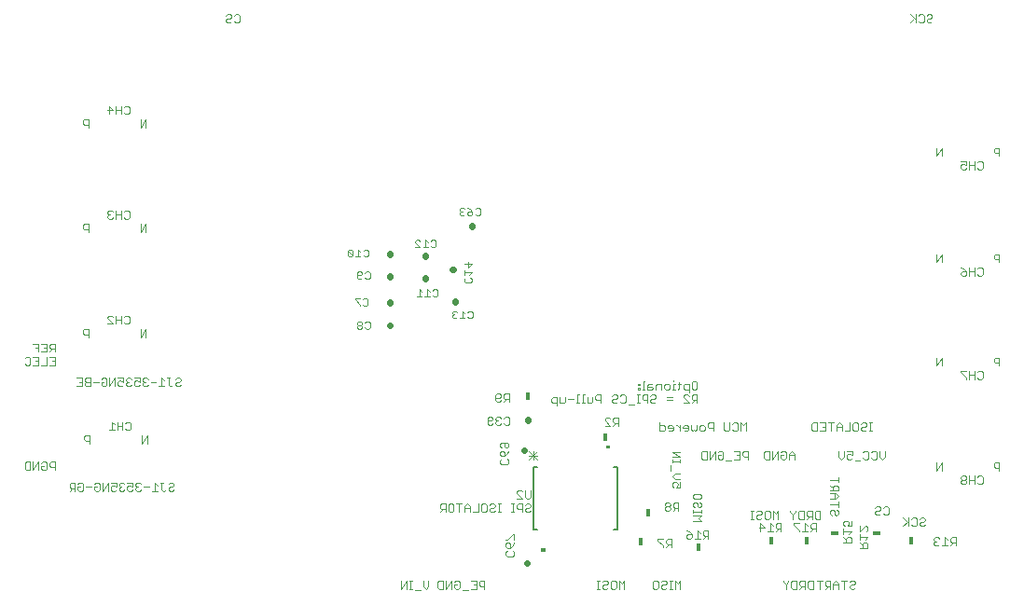
<source format=gbr>
G04 EAGLE Gerber RS-274X export*
G75*
%MOMM*%
%FSLAX34Y34*%
%LPD*%
%INSilkscreen Bottom*%
%IPPOS*%
%AMOC8*
5,1,8,0,0,1.08239X$1,22.5*%
G01*
%ADD10C,0.076200*%
%ADD11C,0.558800*%
%ADD12C,0.101600*%
%ADD13R,0.457200X0.762000*%
%ADD14C,0.152400*%
%ADD15R,0.762000X0.457200*%

G36*
X558207Y134368D02*
X558207Y134368D01*
X558209Y134367D01*
X558252Y134387D01*
X558296Y134405D01*
X558296Y134407D01*
X558298Y134408D01*
X558331Y134493D01*
X558331Y137033D01*
X558330Y137035D01*
X558331Y137037D01*
X558311Y137080D01*
X558293Y137124D01*
X558291Y137124D01*
X558290Y137126D01*
X558205Y137159D01*
X554395Y137159D01*
X554393Y137158D01*
X554391Y137159D01*
X554348Y137139D01*
X554304Y137121D01*
X554304Y137119D01*
X554302Y137118D01*
X554269Y137033D01*
X554269Y134493D01*
X554270Y134491D01*
X554269Y134489D01*
X554289Y134446D01*
X554307Y134402D01*
X554309Y134402D01*
X554310Y134400D01*
X554395Y134367D01*
X558205Y134367D01*
X558207Y134368D01*
G37*
G36*
X499707Y40642D02*
X499707Y40642D01*
X499709Y40641D01*
X499752Y40661D01*
X499796Y40679D01*
X499797Y40681D01*
X499798Y40682D01*
X499831Y40767D01*
X499831Y43307D01*
X499830Y43309D01*
X499831Y43311D01*
X499811Y43354D01*
X499793Y43398D01*
X499791Y43398D01*
X499790Y43400D01*
X499705Y43433D01*
X495895Y43433D01*
X495893Y43432D01*
X495891Y43433D01*
X495848Y43413D01*
X495804Y43395D01*
X495804Y43393D01*
X495802Y43392D01*
X495769Y43307D01*
X495769Y40767D01*
X495770Y40765D01*
X495769Y40763D01*
X495789Y40720D01*
X495807Y40676D01*
X495809Y40676D01*
X495810Y40674D01*
X495895Y40641D01*
X499705Y40641D01*
X499707Y40642D01*
G37*
D10*
X393319Y14103D02*
X393319Y9188D01*
X390862Y6731D01*
X388404Y9188D01*
X388404Y14103D01*
X385835Y5502D02*
X380920Y5502D01*
X378351Y6731D02*
X375893Y6731D01*
X377122Y6731D02*
X377122Y14103D01*
X378351Y14103D02*
X375893Y14103D01*
X373361Y14103D02*
X373361Y6731D01*
X368446Y6731D02*
X373361Y14103D01*
X368446Y14103D02*
X368446Y6731D01*
X444119Y6731D02*
X444119Y14103D01*
X440433Y14103D01*
X439204Y12875D01*
X439204Y10417D01*
X440433Y9188D01*
X444119Y9188D01*
X436635Y14103D02*
X431720Y14103D01*
X436635Y14103D02*
X436635Y6731D01*
X431720Y6731D01*
X434177Y10417D02*
X436635Y10417D01*
X429151Y5502D02*
X424236Y5502D01*
X416752Y12875D02*
X417980Y14103D01*
X420438Y14103D01*
X421667Y12875D01*
X421667Y7960D01*
X420438Y6731D01*
X417980Y6731D01*
X416752Y7960D01*
X416752Y10417D01*
X419209Y10417D01*
X414182Y6731D02*
X414182Y14103D01*
X409268Y6731D01*
X409268Y14103D01*
X406698Y14103D02*
X406698Y6731D01*
X403012Y6731D01*
X401783Y7960D01*
X401783Y12875D01*
X403012Y14103D01*
X406698Y14103D01*
X571119Y14103D02*
X571119Y6731D01*
X568662Y11646D02*
X571119Y14103D01*
X568662Y11646D02*
X566204Y14103D01*
X566204Y6731D01*
X562406Y14103D02*
X559949Y14103D01*
X562406Y14103D02*
X563635Y12875D01*
X563635Y7960D01*
X562406Y6731D01*
X559949Y6731D01*
X558720Y7960D01*
X558720Y12875D01*
X559949Y14103D01*
X552465Y14103D02*
X551236Y12875D01*
X552465Y14103D02*
X554922Y14103D01*
X556151Y12875D01*
X556151Y11646D01*
X554922Y10417D01*
X552465Y10417D01*
X551236Y9188D01*
X551236Y7960D01*
X552465Y6731D01*
X554922Y6731D01*
X556151Y7960D01*
X548667Y6731D02*
X546209Y6731D01*
X547438Y6731D02*
X547438Y14103D01*
X548667Y14103D02*
X546209Y14103D01*
X621919Y14103D02*
X621919Y6731D01*
X619462Y11646D02*
X621919Y14103D01*
X619462Y11646D02*
X617004Y14103D01*
X617004Y6731D01*
X614435Y6731D02*
X611977Y6731D01*
X613206Y6731D02*
X613206Y14103D01*
X614435Y14103D02*
X611977Y14103D01*
X605759Y14103D02*
X604531Y12875D01*
X605759Y14103D02*
X608217Y14103D01*
X609445Y12875D01*
X609445Y11646D01*
X608217Y10417D01*
X605759Y10417D01*
X604531Y9188D01*
X604531Y7960D01*
X605759Y6731D01*
X608217Y6731D01*
X609445Y7960D01*
X600733Y14103D02*
X598275Y14103D01*
X600733Y14103D02*
X601961Y12875D01*
X601961Y7960D01*
X600733Y6731D01*
X598275Y6731D01*
X597046Y7960D01*
X597046Y12875D01*
X598275Y14103D01*
X742569Y14103D02*
X742569Y6731D01*
X738883Y6731D01*
X737654Y7960D01*
X737654Y12875D01*
X738883Y14103D01*
X742569Y14103D01*
X735085Y14103D02*
X735085Y6731D01*
X735085Y14103D02*
X731399Y14103D01*
X730170Y12875D01*
X730170Y10417D01*
X731399Y9188D01*
X735085Y9188D01*
X732627Y9188D02*
X730170Y6731D01*
X727601Y6731D02*
X727601Y14103D01*
X727601Y6731D02*
X723915Y6731D01*
X722686Y7960D01*
X722686Y12875D01*
X723915Y14103D01*
X727601Y14103D01*
X720117Y14103D02*
X720117Y12875D01*
X717659Y10417D01*
X715202Y12875D01*
X715202Y14103D01*
X717659Y10417D02*
X717659Y6731D01*
X775754Y12875D02*
X776983Y14103D01*
X779440Y14103D01*
X780669Y12875D01*
X780669Y11646D01*
X779440Y10417D01*
X776983Y10417D01*
X775754Y9188D01*
X775754Y7960D01*
X776983Y6731D01*
X779440Y6731D01*
X780669Y7960D01*
X770727Y6731D02*
X770727Y14103D01*
X768270Y14103D02*
X773185Y14103D01*
X765701Y11646D02*
X765701Y6731D01*
X765701Y11646D02*
X763243Y14103D01*
X760786Y11646D01*
X760786Y6731D01*
X760786Y10417D02*
X765701Y10417D01*
X758217Y6731D02*
X758217Y14103D01*
X754530Y14103D01*
X753302Y12875D01*
X753302Y10417D01*
X754530Y9188D01*
X758217Y9188D01*
X755759Y9188D02*
X753302Y6731D01*
X748275Y6731D02*
X748275Y14103D01*
X750732Y14103D02*
X745818Y14103D01*
X845604Y527225D02*
X846833Y528453D01*
X849290Y528453D01*
X850519Y527225D01*
X850519Y525996D01*
X849290Y524767D01*
X846833Y524767D01*
X845604Y523538D01*
X845604Y522310D01*
X846833Y521081D01*
X849290Y521081D01*
X850519Y522310D01*
X839349Y528453D02*
X838120Y527225D01*
X839349Y528453D02*
X841806Y528453D01*
X843035Y527225D01*
X843035Y522310D01*
X841806Y521081D01*
X839349Y521081D01*
X838120Y522310D01*
X835551Y521081D02*
X835551Y528453D01*
X835551Y523538D02*
X830636Y528453D01*
X834322Y524767D02*
X830636Y521081D01*
X218183Y528453D02*
X216954Y527225D01*
X218183Y528453D02*
X220640Y528453D01*
X221869Y527225D01*
X221869Y522310D01*
X220640Y521081D01*
X218183Y521081D01*
X216954Y522310D01*
X210699Y528453D02*
X209470Y527225D01*
X210699Y528453D02*
X213156Y528453D01*
X214385Y527225D01*
X214385Y525996D01*
X213156Y524767D01*
X210699Y524767D01*
X209470Y523538D01*
X209470Y522310D01*
X210699Y521081D01*
X213156Y521081D01*
X214385Y522310D01*
X845604Y527225D02*
X846833Y528453D01*
X849290Y528453D01*
X850519Y527225D01*
X850519Y525996D01*
X849290Y524767D01*
X846833Y524767D01*
X845604Y523538D01*
X845604Y522310D01*
X846833Y521081D01*
X849290Y521081D01*
X850519Y522310D01*
X839349Y528453D02*
X838120Y527225D01*
X839349Y528453D02*
X841806Y528453D01*
X843035Y527225D01*
X843035Y522310D01*
X841806Y521081D01*
X839349Y521081D01*
X838120Y522310D01*
X835551Y521081D02*
X835551Y528453D01*
X835551Y523538D02*
X830636Y528453D01*
X834322Y524767D02*
X830636Y521081D01*
X911479Y407295D02*
X911479Y399923D01*
X911479Y407295D02*
X907793Y407295D01*
X906564Y406067D01*
X906564Y403609D01*
X907793Y402380D01*
X911479Y402380D01*
X859090Y399923D02*
X859090Y407295D01*
X854175Y399923D01*
X854175Y407295D01*
X891596Y393875D02*
X892825Y395103D01*
X895282Y395103D01*
X896511Y393875D01*
X896511Y388960D01*
X895282Y387731D01*
X892825Y387731D01*
X891596Y388960D01*
X889027Y387731D02*
X889027Y395103D01*
X889027Y391417D02*
X884112Y391417D01*
X884112Y395103D02*
X884112Y387731D01*
X881542Y395103D02*
X876628Y395103D01*
X881542Y395103D02*
X881542Y391417D01*
X879085Y392646D01*
X877856Y392646D01*
X876628Y391417D01*
X876628Y388960D01*
X877856Y387731D01*
X880314Y387731D01*
X881542Y388960D01*
X911479Y310775D02*
X911479Y303403D01*
X911479Y310775D02*
X907793Y310775D01*
X906564Y309547D01*
X906564Y307089D01*
X907793Y305860D01*
X911479Y305860D01*
X859090Y303403D02*
X859090Y310775D01*
X854175Y303403D01*
X854175Y310775D01*
X891596Y297355D02*
X892825Y298583D01*
X895282Y298583D01*
X896511Y297355D01*
X896511Y292440D01*
X895282Y291211D01*
X892825Y291211D01*
X891596Y292440D01*
X889027Y291211D02*
X889027Y298583D01*
X889027Y294897D02*
X884112Y294897D01*
X884112Y298583D02*
X884112Y291211D01*
X879085Y297355D02*
X876628Y298583D01*
X879085Y297355D02*
X881542Y294897D01*
X881542Y292440D01*
X880314Y291211D01*
X877856Y291211D01*
X876628Y292440D01*
X876628Y293668D01*
X877856Y294897D01*
X881542Y294897D01*
X911479Y216795D02*
X911479Y209423D01*
X911479Y216795D02*
X907793Y216795D01*
X906564Y215567D01*
X906564Y213109D01*
X907793Y211880D01*
X911479Y211880D01*
X859090Y209423D02*
X859090Y216795D01*
X854175Y209423D01*
X854175Y216795D01*
X891596Y203375D02*
X892825Y204603D01*
X895282Y204603D01*
X896511Y203375D01*
X896511Y198460D01*
X895282Y197231D01*
X892825Y197231D01*
X891596Y198460D01*
X889027Y197231D02*
X889027Y204603D01*
X889027Y200917D02*
X884112Y200917D01*
X884112Y204603D02*
X884112Y197231D01*
X881542Y204603D02*
X876628Y204603D01*
X876628Y203375D01*
X881542Y198460D01*
X881542Y197231D01*
X911479Y121545D02*
X911479Y114173D01*
X911479Y121545D02*
X907793Y121545D01*
X906564Y120317D01*
X906564Y117859D01*
X907793Y116630D01*
X911479Y116630D01*
X859090Y114173D02*
X859090Y121545D01*
X854175Y114173D01*
X854175Y121545D01*
X891596Y108125D02*
X892825Y109353D01*
X895282Y109353D01*
X896511Y108125D01*
X896511Y103210D01*
X895282Y101981D01*
X892825Y101981D01*
X891596Y103210D01*
X889027Y101981D02*
X889027Y109353D01*
X889027Y105667D02*
X884112Y105667D01*
X884112Y109353D02*
X884112Y101981D01*
X881542Y108125D02*
X880314Y109353D01*
X877856Y109353D01*
X876628Y108125D01*
X876628Y106896D01*
X877856Y105667D01*
X876628Y104438D01*
X876628Y103210D01*
X877856Y101981D01*
X880314Y101981D01*
X881542Y103210D01*
X881542Y104438D01*
X880314Y105667D01*
X881542Y106896D01*
X881542Y108125D01*
X880314Y105667D02*
X877856Y105667D01*
X118125Y445395D02*
X116896Y444167D01*
X118125Y445395D02*
X120582Y445395D01*
X121811Y444167D01*
X121811Y439252D01*
X120582Y438023D01*
X118125Y438023D01*
X116896Y439252D01*
X114327Y438023D02*
X114327Y445395D01*
X114327Y441709D02*
X109412Y441709D01*
X109412Y445395D02*
X109412Y438023D01*
X103156Y438023D02*
X103156Y445395D01*
X106842Y441709D01*
X101928Y441709D01*
X136779Y433203D02*
X136779Y425831D01*
X131864Y425831D02*
X136779Y433203D01*
X131864Y433203D02*
X131864Y425831D01*
X84390Y425831D02*
X84390Y433203D01*
X80704Y433203D01*
X79475Y431975D01*
X79475Y429517D01*
X80704Y428288D01*
X84390Y428288D01*
X118125Y350145D02*
X116896Y348917D01*
X118125Y350145D02*
X120582Y350145D01*
X121811Y348917D01*
X121811Y344002D01*
X120582Y342773D01*
X118125Y342773D01*
X116896Y344002D01*
X114327Y342773D02*
X114327Y350145D01*
X114327Y346459D02*
X109412Y346459D01*
X109412Y350145D02*
X109412Y342773D01*
X106842Y348917D02*
X105614Y350145D01*
X103156Y350145D01*
X101928Y348917D01*
X101928Y347688D01*
X103156Y346459D01*
X104385Y346459D01*
X103156Y346459D02*
X101928Y345230D01*
X101928Y344002D01*
X103156Y342773D01*
X105614Y342773D01*
X106842Y344002D01*
X136779Y337953D02*
X136779Y330581D01*
X131864Y330581D02*
X136779Y337953D01*
X131864Y337953D02*
X131864Y330581D01*
X84390Y330581D02*
X84390Y337953D01*
X80704Y337953D01*
X79475Y336725D01*
X79475Y334267D01*
X80704Y333038D01*
X84390Y333038D01*
X118125Y254895D02*
X116896Y253667D01*
X118125Y254895D02*
X120582Y254895D01*
X121811Y253667D01*
X121811Y248752D01*
X120582Y247523D01*
X118125Y247523D01*
X116896Y248752D01*
X114327Y247523D02*
X114327Y254895D01*
X114327Y251209D02*
X109412Y251209D01*
X109412Y254895D02*
X109412Y247523D01*
X106842Y247523D02*
X101928Y247523D01*
X106842Y247523D02*
X101928Y252438D01*
X101928Y253667D01*
X103156Y254895D01*
X105614Y254895D01*
X106842Y253667D01*
X136779Y242703D02*
X136779Y235331D01*
X131864Y235331D02*
X136779Y242703D01*
X131864Y242703D02*
X131864Y235331D01*
X84390Y235331D02*
X84390Y242703D01*
X80704Y242703D01*
X79475Y241475D01*
X79475Y239017D01*
X80704Y237788D01*
X84390Y237788D01*
X119395Y158375D02*
X118166Y157147D01*
X119395Y158375D02*
X121852Y158375D01*
X123081Y157147D01*
X123081Y152232D01*
X121852Y151003D01*
X119395Y151003D01*
X118166Y152232D01*
X115597Y151003D02*
X115597Y158375D01*
X115597Y154689D02*
X110682Y154689D01*
X110682Y158375D02*
X110682Y151003D01*
X108112Y155918D02*
X105655Y158375D01*
X105655Y151003D01*
X108112Y151003D02*
X103198Y151003D01*
X138049Y146183D02*
X138049Y138811D01*
X133134Y138811D02*
X138049Y146183D01*
X133134Y146183D02*
X133134Y138811D01*
X85660Y138811D02*
X85660Y146183D01*
X81974Y146183D01*
X80745Y144955D01*
X80745Y142497D01*
X81974Y141268D01*
X85660Y141268D01*
X54229Y222123D02*
X54229Y229495D01*
X50543Y229495D01*
X49314Y228267D01*
X49314Y225809D01*
X50543Y224580D01*
X54229Y224580D01*
X51772Y224580D02*
X49314Y222123D01*
X46745Y229495D02*
X41830Y229495D01*
X46745Y229495D02*
X46745Y222123D01*
X41830Y222123D01*
X44287Y225809D02*
X46745Y225809D01*
X39261Y222123D02*
X39261Y229495D01*
X34346Y229495D01*
X36803Y225809D02*
X39261Y225809D01*
X49314Y217303D02*
X54229Y217303D01*
X54229Y209931D01*
X49314Y209931D01*
X51772Y213617D02*
X54229Y213617D01*
X46745Y217303D02*
X46745Y209931D01*
X41830Y209931D01*
X39261Y217303D02*
X34346Y217303D01*
X39261Y217303D02*
X39261Y209931D01*
X34346Y209931D01*
X36803Y213617D02*
X39261Y213617D01*
X28090Y217303D02*
X26862Y216075D01*
X28090Y217303D02*
X30548Y217303D01*
X31777Y216075D01*
X31777Y211160D01*
X30548Y209931D01*
X28090Y209931D01*
X26862Y211160D01*
X54229Y122053D02*
X54229Y114681D01*
X54229Y122053D02*
X50543Y122053D01*
X49314Y120825D01*
X49314Y118367D01*
X50543Y117138D01*
X54229Y117138D01*
X43059Y122053D02*
X41830Y120825D01*
X43059Y122053D02*
X45516Y122053D01*
X46745Y120825D01*
X46745Y115910D01*
X45516Y114681D01*
X43059Y114681D01*
X41830Y115910D01*
X41830Y118367D01*
X44287Y118367D01*
X39261Y114681D02*
X39261Y122053D01*
X34346Y114681D01*
X34346Y122053D01*
X31777Y122053D02*
X31777Y114681D01*
X28090Y114681D01*
X26862Y115910D01*
X26862Y120825D01*
X28090Y122053D01*
X31777Y122053D01*
X486029Y96145D02*
X486029Y90002D01*
X484800Y88773D01*
X482343Y88773D01*
X481114Y90002D01*
X481114Y96145D01*
X478545Y88773D02*
X473630Y88773D01*
X478545Y88773D02*
X473630Y93688D01*
X473630Y94917D01*
X474859Y96145D01*
X477316Y96145D01*
X478545Y94917D01*
X482343Y83953D02*
X481114Y82725D01*
X482343Y83953D02*
X484800Y83953D01*
X486029Y82725D01*
X486029Y81496D01*
X484800Y80267D01*
X482343Y80267D01*
X481114Y79038D01*
X481114Y77810D01*
X482343Y76581D01*
X484800Y76581D01*
X486029Y77810D01*
X478545Y76581D02*
X478545Y83953D01*
X474859Y83953D01*
X473630Y82725D01*
X473630Y80267D01*
X474859Y79038D01*
X478545Y79038D01*
X471061Y76581D02*
X468603Y76581D01*
X469832Y76581D02*
X469832Y83953D01*
X471061Y83953D02*
X468603Y83953D01*
X458587Y76581D02*
X456130Y76581D01*
X457358Y76581D02*
X457358Y83953D01*
X456130Y83953D02*
X458587Y83953D01*
X449912Y83953D02*
X448683Y82725D01*
X449912Y83953D02*
X452369Y83953D01*
X453598Y82725D01*
X453598Y81496D01*
X452369Y80267D01*
X449912Y80267D01*
X448683Y79038D01*
X448683Y77810D01*
X449912Y76581D01*
X452369Y76581D01*
X453598Y77810D01*
X444885Y83953D02*
X442427Y83953D01*
X444885Y83953D02*
X446114Y82725D01*
X446114Y77810D01*
X444885Y76581D01*
X442427Y76581D01*
X441199Y77810D01*
X441199Y82725D01*
X442427Y83953D01*
X438629Y83953D02*
X438629Y76581D01*
X433715Y76581D01*
X431145Y76581D02*
X431145Y81496D01*
X428688Y83953D01*
X426230Y81496D01*
X426230Y76581D01*
X426230Y80267D02*
X431145Y80267D01*
X421204Y76581D02*
X421204Y83953D01*
X423661Y83953D02*
X418746Y83953D01*
X414948Y83953D02*
X412491Y83953D01*
X414948Y83953D02*
X416177Y82725D01*
X416177Y77810D01*
X414948Y76581D01*
X412491Y76581D01*
X411262Y77810D01*
X411262Y82725D01*
X412491Y83953D01*
X408693Y83953D02*
X408693Y76581D01*
X408693Y83953D02*
X405007Y83953D01*
X403778Y82725D01*
X403778Y80267D01*
X405007Y79038D01*
X408693Y79038D01*
X406235Y79038D02*
X403778Y76581D01*
X725516Y124333D02*
X725516Y129248D01*
X723058Y131705D01*
X720601Y129248D01*
X720601Y124333D01*
X720601Y128019D02*
X725516Y128019D01*
X714345Y131705D02*
X713117Y130477D01*
X714345Y131705D02*
X716803Y131705D01*
X718031Y130477D01*
X718031Y125562D01*
X716803Y124333D01*
X714345Y124333D01*
X713117Y125562D01*
X713117Y128019D01*
X715574Y128019D01*
X710547Y124333D02*
X710547Y131705D01*
X705632Y124333D01*
X705632Y131705D01*
X703063Y131705D02*
X703063Y124333D01*
X699377Y124333D01*
X698148Y125562D01*
X698148Y130477D01*
X699377Y131705D01*
X703063Y131705D01*
X683334Y131705D02*
X683334Y124333D01*
X683334Y131705D02*
X679648Y131705D01*
X678419Y130477D01*
X678419Y128019D01*
X679648Y126790D01*
X683334Y126790D01*
X675850Y131705D02*
X670935Y131705D01*
X675850Y131705D02*
X675850Y124333D01*
X670935Y124333D01*
X673392Y128019D02*
X675850Y128019D01*
X668366Y123104D02*
X663451Y123104D01*
X655967Y130477D02*
X657195Y131705D01*
X659653Y131705D01*
X660881Y130477D01*
X660881Y125562D01*
X659653Y124333D01*
X657195Y124333D01*
X655967Y125562D01*
X655967Y128019D01*
X658424Y128019D01*
X653397Y124333D02*
X653397Y131705D01*
X648482Y124333D01*
X648482Y131705D01*
X645913Y131705D02*
X645913Y124333D01*
X642227Y124333D01*
X640998Y125562D01*
X640998Y130477D01*
X642227Y131705D01*
X645913Y131705D01*
X807794Y131705D02*
X807794Y126790D01*
X805337Y124333D01*
X802879Y126790D01*
X802879Y131705D01*
X796624Y131705D02*
X795395Y130477D01*
X796624Y131705D02*
X799081Y131705D01*
X800310Y130477D01*
X800310Y125562D01*
X799081Y124333D01*
X796624Y124333D01*
X795395Y125562D01*
X789140Y131705D02*
X787911Y130477D01*
X789140Y131705D02*
X791597Y131705D01*
X792826Y130477D01*
X792826Y125562D01*
X791597Y124333D01*
X789140Y124333D01*
X787911Y125562D01*
X785341Y123104D02*
X780427Y123104D01*
X777857Y131705D02*
X772942Y131705D01*
X777857Y131705D02*
X777857Y128019D01*
X775400Y129248D01*
X774171Y129248D01*
X772942Y128019D01*
X772942Y125562D01*
X774171Y124333D01*
X776629Y124333D01*
X777857Y125562D01*
X770373Y126790D02*
X770373Y131705D01*
X770373Y126790D02*
X767916Y124333D01*
X765458Y126790D01*
X765458Y131705D01*
X621925Y103720D02*
X621925Y98805D01*
X618239Y98805D01*
X619468Y101262D01*
X619468Y102491D01*
X618239Y103720D01*
X615782Y103720D01*
X614553Y102491D01*
X614553Y100034D01*
X615782Y98805D01*
X617010Y106289D02*
X621925Y106289D01*
X617010Y106289D02*
X614553Y108747D01*
X617010Y111204D01*
X621925Y111204D01*
X613324Y113773D02*
X613324Y118688D01*
X614553Y121257D02*
X614553Y123715D01*
X614553Y122486D02*
X621925Y122486D01*
X621925Y121257D02*
X621925Y123715D01*
X621925Y126247D02*
X614553Y126247D01*
X614553Y131162D02*
X621925Y126247D01*
X621925Y131162D02*
X614553Y131162D01*
X681609Y150241D02*
X681609Y157613D01*
X679152Y155156D01*
X676694Y157613D01*
X676694Y150241D01*
X670439Y157613D02*
X669210Y156385D01*
X670439Y157613D02*
X672896Y157613D01*
X674125Y156385D01*
X674125Y151470D01*
X672896Y150241D01*
X670439Y150241D01*
X669210Y151470D01*
X666641Y151470D02*
X666641Y157613D01*
X666641Y151470D02*
X665412Y150241D01*
X662955Y150241D01*
X661726Y151470D01*
X661726Y157613D01*
X651672Y157613D02*
X651672Y150241D01*
X651672Y157613D02*
X647986Y157613D01*
X646758Y156385D01*
X646758Y153927D01*
X647986Y152698D01*
X651672Y152698D01*
X642960Y150241D02*
X640502Y150241D01*
X639273Y151470D01*
X639273Y153927D01*
X640502Y155156D01*
X642960Y155156D01*
X644188Y153927D01*
X644188Y151470D01*
X642960Y150241D01*
X636704Y151470D02*
X636704Y155156D01*
X636704Y151470D02*
X635475Y150241D01*
X634247Y151470D01*
X633018Y150241D01*
X631789Y151470D01*
X631789Y155156D01*
X627991Y150241D02*
X625534Y150241D01*
X627991Y150241D02*
X629220Y151470D01*
X629220Y153927D01*
X627991Y155156D01*
X625534Y155156D01*
X624305Y153927D01*
X624305Y152698D01*
X629220Y152698D01*
X621736Y150241D02*
X621736Y155156D01*
X621736Y152698D02*
X619278Y155156D01*
X618050Y155156D01*
X614270Y150241D02*
X611813Y150241D01*
X614270Y150241D02*
X615499Y151470D01*
X615499Y153927D01*
X614270Y155156D01*
X611813Y155156D01*
X610584Y153927D01*
X610584Y152698D01*
X615499Y152698D01*
X603100Y150241D02*
X603100Y157613D01*
X603100Y150241D02*
X606786Y150241D01*
X608015Y151470D01*
X608015Y153927D01*
X606786Y155156D01*
X603100Y155156D01*
X793452Y150241D02*
X795909Y150241D01*
X794680Y150241D02*
X794680Y157613D01*
X793452Y157613D02*
X795909Y157613D01*
X787233Y157613D02*
X786005Y156385D01*
X787233Y157613D02*
X789691Y157613D01*
X790920Y156385D01*
X790920Y155156D01*
X789691Y153927D01*
X787233Y153927D01*
X786005Y152698D01*
X786005Y151470D01*
X787233Y150241D01*
X789691Y150241D01*
X790920Y151470D01*
X782207Y157613D02*
X779749Y157613D01*
X782207Y157613D02*
X783435Y156385D01*
X783435Y151470D01*
X782207Y150241D01*
X779749Y150241D01*
X778521Y151470D01*
X778521Y156385D01*
X779749Y157613D01*
X775951Y157613D02*
X775951Y150241D01*
X771036Y150241D01*
X768467Y150241D02*
X768467Y155156D01*
X766010Y157613D01*
X763552Y155156D01*
X763552Y150241D01*
X763552Y153927D02*
X768467Y153927D01*
X758526Y150241D02*
X758526Y157613D01*
X760983Y157613D02*
X756068Y157613D01*
X753499Y157613D02*
X748584Y157613D01*
X753499Y157613D02*
X753499Y150241D01*
X748584Y150241D01*
X751041Y153927D02*
X753499Y153927D01*
X746015Y157613D02*
X746015Y150241D01*
X742329Y150241D01*
X741100Y151470D01*
X741100Y156385D01*
X742329Y157613D01*
X746015Y157613D01*
X635930Y195205D02*
X633473Y195205D01*
X635930Y195205D02*
X637159Y193977D01*
X637159Y189062D01*
X635930Y187833D01*
X633473Y187833D01*
X632244Y189062D01*
X632244Y193977D01*
X633473Y195205D01*
X629675Y192748D02*
X629675Y185376D01*
X629675Y192748D02*
X625989Y192748D01*
X624760Y191519D01*
X624760Y189062D01*
X625989Y187833D01*
X629675Y187833D01*
X620962Y189062D02*
X620962Y193977D01*
X620962Y189062D02*
X619733Y187833D01*
X619733Y192748D02*
X622191Y192748D01*
X617201Y192748D02*
X615973Y192748D01*
X615973Y187833D01*
X617201Y187833D02*
X614744Y187833D01*
X615973Y195205D02*
X615973Y196434D01*
X610983Y187833D02*
X608526Y187833D01*
X607297Y189062D01*
X607297Y191519D01*
X608526Y192748D01*
X610983Y192748D01*
X612212Y191519D01*
X612212Y189062D01*
X610983Y187833D01*
X604728Y187833D02*
X604728Y192748D01*
X601042Y192748D01*
X599813Y191519D01*
X599813Y187833D01*
X596015Y192748D02*
X593557Y192748D01*
X592329Y191519D01*
X592329Y187833D01*
X596015Y187833D01*
X597244Y189062D01*
X596015Y190290D01*
X592329Y190290D01*
X589759Y195205D02*
X588531Y195205D01*
X588531Y187833D01*
X589759Y187833D02*
X587302Y187833D01*
X584770Y192748D02*
X583541Y192748D01*
X583541Y191519D01*
X584770Y191519D01*
X584770Y192748D01*
X584770Y189062D02*
X583541Y189062D01*
X583541Y187833D01*
X584770Y187833D01*
X584770Y189062D01*
X637159Y183013D02*
X637159Y175641D01*
X637159Y183013D02*
X633473Y183013D01*
X632244Y181785D01*
X632244Y179327D01*
X633473Y178098D01*
X637159Y178098D01*
X634702Y178098D02*
X632244Y175641D01*
X629675Y175641D02*
X624760Y175641D01*
X629675Y175641D02*
X624760Y180556D01*
X624760Y181785D01*
X625989Y183013D01*
X628446Y183013D01*
X629675Y181785D01*
X614707Y178098D02*
X609792Y178098D01*
X609792Y180556D02*
X614707Y180556D01*
X596052Y183013D02*
X594823Y181785D01*
X596052Y183013D02*
X598510Y183013D01*
X599738Y181785D01*
X599738Y180556D01*
X598510Y179327D01*
X596052Y179327D01*
X594823Y178098D01*
X594823Y176870D01*
X596052Y175641D01*
X598510Y175641D01*
X599738Y176870D01*
X592254Y175641D02*
X592254Y183013D01*
X588568Y183013D01*
X587339Y181785D01*
X587339Y179327D01*
X588568Y178098D01*
X592254Y178098D01*
X584770Y175641D02*
X582313Y175641D01*
X583541Y175641D02*
X583541Y183013D01*
X582313Y183013D02*
X584770Y183013D01*
X579780Y174412D02*
X574866Y174412D01*
X567381Y181785D02*
X568610Y183013D01*
X571068Y183013D01*
X572296Y181785D01*
X572296Y176870D01*
X571068Y175641D01*
X568610Y175641D01*
X567381Y176870D01*
X561126Y183013D02*
X559897Y181785D01*
X561126Y183013D02*
X563583Y183013D01*
X564812Y181785D01*
X564812Y180556D01*
X563583Y179327D01*
X561126Y179327D01*
X559897Y178098D01*
X559897Y176870D01*
X561126Y175641D01*
X563583Y175641D01*
X564812Y176870D01*
X549844Y175641D02*
X549844Y183013D01*
X546158Y183013D01*
X544929Y181785D01*
X544929Y179327D01*
X546158Y178098D01*
X549844Y178098D01*
X542360Y176870D02*
X542360Y180556D01*
X542360Y176870D02*
X541131Y175641D01*
X537445Y175641D01*
X537445Y180556D01*
X534876Y183013D02*
X533647Y183013D01*
X533647Y175641D01*
X534876Y175641D02*
X532418Y175641D01*
X529886Y183013D02*
X528657Y183013D01*
X528657Y175641D01*
X527429Y175641D02*
X529886Y175641D01*
X524897Y179327D02*
X519982Y179327D01*
X517413Y180556D02*
X517413Y176870D01*
X516184Y175641D01*
X512498Y175641D01*
X512498Y180556D01*
X509928Y180556D02*
X509928Y173184D01*
X509928Y180556D02*
X506242Y180556D01*
X505014Y179327D01*
X505014Y176870D01*
X506242Y175641D01*
X509928Y175641D01*
X158493Y103003D02*
X157264Y101775D01*
X158493Y103003D02*
X160950Y103003D01*
X162179Y101775D01*
X162179Y100546D01*
X160950Y99317D01*
X158493Y99317D01*
X157264Y98088D01*
X157264Y96860D01*
X158493Y95631D01*
X160950Y95631D01*
X162179Y96860D01*
X154695Y96860D02*
X153466Y95631D01*
X152237Y95631D01*
X151009Y96860D01*
X151009Y103003D01*
X152237Y103003D02*
X149780Y103003D01*
X147211Y100546D02*
X144753Y103003D01*
X144753Y95631D01*
X142296Y95631D02*
X147211Y95631D01*
X139727Y99317D02*
X134812Y99317D01*
X132242Y101775D02*
X131014Y103003D01*
X128556Y103003D01*
X127328Y101775D01*
X127328Y100546D01*
X128556Y99317D01*
X129785Y99317D01*
X128556Y99317D02*
X127328Y98088D01*
X127328Y96860D01*
X128556Y95631D01*
X131014Y95631D01*
X132242Y96860D01*
X124758Y103003D02*
X119843Y103003D01*
X124758Y103003D02*
X124758Y99317D01*
X122301Y100546D01*
X121072Y100546D01*
X119843Y99317D01*
X119843Y96860D01*
X121072Y95631D01*
X123530Y95631D01*
X124758Y96860D01*
X117274Y101775D02*
X116045Y103003D01*
X113588Y103003D01*
X112359Y101775D01*
X112359Y100546D01*
X113588Y99317D01*
X114817Y99317D01*
X113588Y99317D02*
X112359Y98088D01*
X112359Y96860D01*
X113588Y95631D01*
X116045Y95631D01*
X117274Y96860D01*
X109790Y103003D02*
X104875Y103003D01*
X109790Y103003D02*
X109790Y99317D01*
X107333Y100546D01*
X106104Y100546D01*
X104875Y99317D01*
X104875Y96860D01*
X106104Y95631D01*
X108561Y95631D01*
X109790Y96860D01*
X102306Y95631D02*
X102306Y103003D01*
X97391Y95631D01*
X97391Y103003D01*
X91135Y103003D02*
X89907Y101775D01*
X91135Y103003D02*
X93593Y103003D01*
X94822Y101775D01*
X94822Y96860D01*
X93593Y95631D01*
X91135Y95631D01*
X89907Y96860D01*
X89907Y99317D01*
X92364Y99317D01*
X87337Y99317D02*
X82423Y99317D01*
X76167Y103003D02*
X74938Y101775D01*
X76167Y103003D02*
X78625Y103003D01*
X79853Y101775D01*
X79853Y96860D01*
X78625Y95631D01*
X76167Y95631D01*
X74938Y96860D01*
X74938Y99317D01*
X77396Y99317D01*
X72369Y95631D02*
X72369Y103003D01*
X68683Y103003D01*
X67454Y101775D01*
X67454Y99317D01*
X68683Y98088D01*
X72369Y98088D01*
X69912Y98088D02*
X67454Y95631D01*
X163614Y197025D02*
X164843Y198253D01*
X167300Y198253D01*
X168529Y197025D01*
X168529Y195796D01*
X167300Y194567D01*
X164843Y194567D01*
X163614Y193338D01*
X163614Y192110D01*
X164843Y190881D01*
X167300Y190881D01*
X168529Y192110D01*
X161045Y192110D02*
X159816Y190881D01*
X158587Y190881D01*
X157359Y192110D01*
X157359Y198253D01*
X158587Y198253D02*
X156130Y198253D01*
X153561Y195796D02*
X151103Y198253D01*
X151103Y190881D01*
X148646Y190881D02*
X153561Y190881D01*
X146077Y194567D02*
X141162Y194567D01*
X138592Y197025D02*
X137364Y198253D01*
X134906Y198253D01*
X133678Y197025D01*
X133678Y195796D01*
X134906Y194567D01*
X136135Y194567D01*
X134906Y194567D02*
X133678Y193338D01*
X133678Y192110D01*
X134906Y190881D01*
X137364Y190881D01*
X138592Y192110D01*
X131108Y198253D02*
X126193Y198253D01*
X131108Y198253D02*
X131108Y194567D01*
X128651Y195796D01*
X127422Y195796D01*
X126193Y194567D01*
X126193Y192110D01*
X127422Y190881D01*
X129880Y190881D01*
X131108Y192110D01*
X123624Y197025D02*
X122395Y198253D01*
X119938Y198253D01*
X118709Y197025D01*
X118709Y195796D01*
X119938Y194567D01*
X121167Y194567D01*
X119938Y194567D02*
X118709Y193338D01*
X118709Y192110D01*
X119938Y190881D01*
X122395Y190881D01*
X123624Y192110D01*
X116140Y198253D02*
X111225Y198253D01*
X116140Y198253D02*
X116140Y194567D01*
X113683Y195796D01*
X112454Y195796D01*
X111225Y194567D01*
X111225Y192110D01*
X112454Y190881D01*
X114911Y190881D01*
X116140Y192110D01*
X108656Y190881D02*
X108656Y198253D01*
X103741Y190881D01*
X103741Y198253D01*
X97485Y198253D02*
X96257Y197025D01*
X97485Y198253D02*
X99943Y198253D01*
X101172Y197025D01*
X101172Y192110D01*
X99943Y190881D01*
X97485Y190881D01*
X96257Y192110D01*
X96257Y194567D01*
X98714Y194567D01*
X93687Y194567D02*
X88773Y194567D01*
X86203Y190881D02*
X86203Y198253D01*
X82517Y198253D01*
X81288Y197025D01*
X81288Y195796D01*
X82517Y194567D01*
X81288Y193338D01*
X81288Y192110D01*
X82517Y190881D01*
X86203Y190881D01*
X86203Y194567D02*
X82517Y194567D01*
X78719Y198253D02*
X73804Y198253D01*
X78719Y198253D02*
X78719Y190881D01*
X73804Y190881D01*
X76262Y194567D02*
X78719Y194567D01*
X748919Y77603D02*
X748919Y70231D01*
X745233Y70231D01*
X744004Y71460D01*
X744004Y76375D01*
X745233Y77603D01*
X748919Y77603D01*
X741435Y77603D02*
X741435Y70231D01*
X741435Y77603D02*
X737749Y77603D01*
X736520Y76375D01*
X736520Y73917D01*
X737749Y72688D01*
X741435Y72688D01*
X738977Y72688D02*
X736520Y70231D01*
X733951Y70231D02*
X733951Y77603D01*
X733951Y70231D02*
X730265Y70231D01*
X729036Y71460D01*
X729036Y76375D01*
X730265Y77603D01*
X733951Y77603D01*
X726467Y77603D02*
X726467Y76375D01*
X724009Y73917D01*
X721552Y76375D01*
X721552Y77603D01*
X724009Y73917D02*
X724009Y70231D01*
X764207Y78365D02*
X765435Y77136D01*
X765435Y74679D01*
X764207Y73450D01*
X762978Y73450D01*
X761749Y74679D01*
X761749Y77136D01*
X760520Y78365D01*
X759292Y78365D01*
X758063Y77136D01*
X758063Y74679D01*
X759292Y73450D01*
X758063Y83392D02*
X765435Y83392D01*
X765435Y85849D02*
X765435Y80934D01*
X762978Y88419D02*
X758063Y88419D01*
X762978Y88419D02*
X765435Y90876D01*
X762978Y93333D01*
X758063Y93333D01*
X761749Y93333D02*
X761749Y88419D01*
X758063Y95903D02*
X765435Y95903D01*
X765435Y99589D01*
X764207Y100818D01*
X761749Y100818D01*
X760520Y99589D01*
X760520Y95903D01*
X760520Y98360D02*
X758063Y100818D01*
X758063Y105844D02*
X765435Y105844D01*
X765435Y103387D02*
X765435Y108302D01*
X640975Y68189D02*
X633603Y68189D01*
X638518Y70647D02*
X640975Y68189D01*
X638518Y70647D02*
X640975Y73104D01*
X633603Y73104D01*
X633603Y75673D02*
X633603Y78131D01*
X633603Y76902D02*
X640975Y76902D01*
X640975Y75673D02*
X640975Y78131D01*
X640975Y84349D02*
X639747Y85578D01*
X640975Y84349D02*
X640975Y81891D01*
X639747Y80663D01*
X638518Y80663D01*
X637289Y81891D01*
X637289Y84349D01*
X636060Y85578D01*
X634832Y85578D01*
X633603Y84349D01*
X633603Y81891D01*
X634832Y80663D01*
X640975Y89376D02*
X640975Y91833D01*
X640975Y89376D02*
X639747Y88147D01*
X634832Y88147D01*
X633603Y89376D01*
X633603Y91833D01*
X634832Y93062D01*
X639747Y93062D01*
X640975Y91833D01*
X710819Y77603D02*
X710819Y70231D01*
X708362Y75146D02*
X710819Y77603D01*
X708362Y75146D02*
X705904Y77603D01*
X705904Y70231D01*
X702106Y77603D02*
X699649Y77603D01*
X702106Y77603D02*
X703335Y76375D01*
X703335Y71460D01*
X702106Y70231D01*
X699649Y70231D01*
X698420Y71460D01*
X698420Y76375D01*
X699649Y77603D01*
X692165Y77603D02*
X690936Y76375D01*
X692165Y77603D02*
X694622Y77603D01*
X695851Y76375D01*
X695851Y75146D01*
X694622Y73917D01*
X692165Y73917D01*
X690936Y72688D01*
X690936Y71460D01*
X692165Y70231D01*
X694622Y70231D01*
X695851Y71460D01*
X688367Y70231D02*
X685909Y70231D01*
X687138Y70231D02*
X687138Y77603D01*
X688367Y77603D02*
X685909Y77603D01*
X748919Y77603D02*
X748919Y70231D01*
X745233Y70231D01*
X744004Y71460D01*
X744004Y76375D01*
X745233Y77603D01*
X748919Y77603D01*
X741435Y77603D02*
X741435Y70231D01*
X741435Y77603D02*
X737749Y77603D01*
X736520Y76375D01*
X736520Y73917D01*
X737749Y72688D01*
X741435Y72688D01*
X738977Y72688D02*
X736520Y70231D01*
X733951Y70231D02*
X733951Y77603D01*
X733951Y70231D02*
X730265Y70231D01*
X729036Y71460D01*
X729036Y76375D01*
X730265Y77603D01*
X733951Y77603D01*
X726467Y77603D02*
X726467Y76375D01*
X724009Y73917D01*
X721552Y76375D01*
X721552Y77603D01*
X724009Y73917D02*
X724009Y70231D01*
X839254Y70025D02*
X840483Y71253D01*
X842940Y71253D01*
X844169Y70025D01*
X844169Y68796D01*
X842940Y67567D01*
X840483Y67567D01*
X839254Y66338D01*
X839254Y65110D01*
X840483Y63881D01*
X842940Y63881D01*
X844169Y65110D01*
X832999Y71253D02*
X831770Y70025D01*
X832999Y71253D02*
X835456Y71253D01*
X836685Y70025D01*
X836685Y65110D01*
X835456Y63881D01*
X832999Y63881D01*
X831770Y65110D01*
X829201Y63881D02*
X829201Y71253D01*
X829201Y66338D02*
X824286Y71253D01*
X827972Y67567D02*
X824286Y63881D01*
X807463Y81413D02*
X806234Y80185D01*
X807463Y81413D02*
X809920Y81413D01*
X811149Y80185D01*
X811149Y75270D01*
X809920Y74041D01*
X807463Y74041D01*
X806234Y75270D01*
X799979Y81413D02*
X798750Y80185D01*
X799979Y81413D02*
X802436Y81413D01*
X803665Y80185D01*
X803665Y78956D01*
X802436Y77727D01*
X799979Y77727D01*
X798750Y76498D01*
X798750Y75270D01*
X799979Y74041D01*
X802436Y74041D01*
X803665Y75270D01*
D11*
X358140Y266649D02*
X358140Y267259D01*
D12*
X334769Y270516D02*
X333668Y269414D01*
X334769Y270516D02*
X336972Y270516D01*
X338074Y269414D01*
X338074Y265008D01*
X336972Y263906D01*
X334769Y263906D01*
X333668Y265008D01*
X331058Y270516D02*
X326651Y270516D01*
X326651Y269414D01*
X331058Y265008D01*
X331058Y263906D01*
D11*
X358140Y246431D02*
X358140Y245821D01*
D12*
X336801Y249434D02*
X335700Y248332D01*
X336801Y249434D02*
X339004Y249434D01*
X340106Y248332D01*
X340106Y243926D01*
X339004Y242824D01*
X336801Y242824D01*
X335700Y243926D01*
X333090Y248332D02*
X331988Y249434D01*
X329785Y249434D01*
X328683Y248332D01*
X328683Y247230D01*
X329785Y246129D01*
X328683Y245027D01*
X328683Y243926D01*
X329785Y242824D01*
X331988Y242824D01*
X333090Y243926D01*
X333090Y245027D01*
X331988Y246129D01*
X333090Y247230D01*
X333090Y248332D01*
X331988Y246129D02*
X329785Y246129D01*
D11*
X358394Y290017D02*
X358394Y290627D01*
D12*
X336864Y294900D02*
X335762Y293798D01*
X336864Y294900D02*
X339067Y294900D01*
X340169Y293798D01*
X340169Y289392D01*
X339067Y288290D01*
X336864Y288290D01*
X335762Y289392D01*
X333152Y289392D02*
X332051Y288290D01*
X329848Y288290D01*
X328746Y289392D01*
X328746Y293798D01*
X329848Y294900D01*
X332051Y294900D01*
X333152Y293798D01*
X333152Y292696D01*
X332051Y291595D01*
X328746Y291595D01*
D11*
X358394Y310337D02*
X358394Y310947D01*
D12*
X335244Y314966D02*
X334143Y313864D01*
X335244Y314966D02*
X337448Y314966D01*
X338549Y313864D01*
X338549Y309458D01*
X337448Y308356D01*
X335244Y308356D01*
X334143Y309458D01*
X331533Y312762D02*
X329330Y314966D01*
X329330Y308356D01*
X331533Y308356D02*
X327126Y308356D01*
X324516Y309458D02*
X324516Y313864D01*
X323415Y314966D01*
X321212Y314966D01*
X320110Y313864D01*
X320110Y309458D01*
X321212Y308356D01*
X323415Y308356D01*
X324516Y309458D01*
X320110Y313864D01*
D11*
X390144Y289103D02*
X390144Y288493D01*
D12*
X397982Y278644D02*
X396881Y277542D01*
X397982Y278644D02*
X400186Y278644D01*
X401287Y277542D01*
X401287Y273136D01*
X400186Y272034D01*
X397982Y272034D01*
X396881Y273136D01*
X394271Y276440D02*
X392068Y278644D01*
X392068Y272034D01*
X394271Y272034D02*
X389864Y272034D01*
X387254Y276440D02*
X385051Y278644D01*
X385051Y272034D01*
X387254Y272034D02*
X382848Y272034D01*
D11*
X390144Y308813D02*
X390144Y309423D01*
D12*
X395357Y322500D02*
X396458Y323602D01*
X398662Y323602D01*
X399763Y322500D01*
X399763Y318094D01*
X398662Y316992D01*
X396458Y316992D01*
X395357Y318094D01*
X392747Y321398D02*
X390544Y323602D01*
X390544Y316992D01*
X392747Y316992D02*
X388340Y316992D01*
X385730Y316992D02*
X381324Y316992D01*
X385730Y316992D02*
X381324Y321398D01*
X381324Y322500D01*
X382426Y323602D01*
X384629Y323602D01*
X385730Y322500D01*
D11*
X417830Y268021D02*
X417830Y267411D01*
D12*
X428918Y257984D02*
X430019Y259086D01*
X432222Y259086D01*
X433324Y257984D01*
X433324Y253578D01*
X432222Y252476D01*
X430019Y252476D01*
X428918Y253578D01*
X426308Y256882D02*
X424104Y259086D01*
X424104Y252476D01*
X421901Y252476D02*
X426308Y252476D01*
X419291Y257984D02*
X418190Y259086D01*
X415986Y259086D01*
X414885Y257984D01*
X414885Y256882D01*
X415986Y255781D01*
X417088Y255781D01*
X415986Y255781D02*
X414885Y254679D01*
X414885Y253578D01*
X415986Y252476D01*
X418190Y252476D01*
X419291Y253578D01*
D11*
X415849Y296926D02*
X415239Y296926D01*
D12*
X431466Y289173D02*
X432568Y288072D01*
X432568Y285868D01*
X431466Y284767D01*
X427060Y284767D01*
X425958Y285868D01*
X425958Y288072D01*
X427060Y289173D01*
X430364Y291783D02*
X432568Y293986D01*
X425958Y293986D01*
X425958Y291783D02*
X425958Y296190D01*
X425958Y302104D02*
X432568Y302104D01*
X429263Y298800D01*
X429263Y303206D01*
D11*
X432562Y335991D02*
X432562Y336601D01*
D12*
X435776Y351456D02*
X436877Y352558D01*
X439080Y352558D01*
X440182Y351456D01*
X440182Y347050D01*
X439080Y345948D01*
X436877Y345948D01*
X435776Y347050D01*
X430962Y351456D02*
X428759Y352558D01*
X430962Y351456D02*
X433166Y349253D01*
X433166Y347050D01*
X432064Y345948D01*
X429861Y345948D01*
X428759Y347050D01*
X428759Y348151D01*
X429861Y349253D01*
X433166Y349253D01*
X426149Y351456D02*
X425048Y352558D01*
X422844Y352558D01*
X421743Y351456D01*
X421743Y350354D01*
X422844Y349253D01*
X423946Y349253D01*
X422844Y349253D02*
X421743Y348151D01*
X421743Y347050D01*
X422844Y345948D01*
X425048Y345948D01*
X426149Y347050D01*
D11*
X482475Y30516D02*
X483085Y30516D01*
D10*
X470976Y40070D02*
X469747Y41299D01*
X470976Y40070D02*
X470976Y37613D01*
X469747Y36384D01*
X464832Y36384D01*
X463603Y37613D01*
X463603Y40070D01*
X464832Y41299D01*
X469747Y46326D02*
X470976Y48783D01*
X469747Y46326D02*
X467289Y43868D01*
X464832Y43868D01*
X463603Y45097D01*
X463603Y47554D01*
X464832Y48783D01*
X466061Y48783D01*
X467289Y47554D01*
X467289Y43868D01*
X470976Y51352D02*
X470976Y56267D01*
X469747Y56267D01*
X464832Y51352D01*
X463603Y51352D01*
D11*
X479935Y132903D02*
X480545Y132903D01*
D10*
X465896Y123408D02*
X464667Y124636D01*
X465896Y123408D02*
X465896Y120950D01*
X464667Y119722D01*
X459752Y119722D01*
X458523Y120950D01*
X458523Y123408D01*
X459752Y124636D01*
X464667Y129663D02*
X465896Y132121D01*
X464667Y129663D02*
X462209Y127206D01*
X459752Y127206D01*
X458523Y128434D01*
X458523Y130892D01*
X459752Y132121D01*
X460981Y132121D01*
X462209Y130892D01*
X462209Y127206D01*
X459752Y134690D02*
X458523Y135919D01*
X458523Y138376D01*
X459752Y139605D01*
X464667Y139605D01*
X465896Y138376D01*
X465896Y135919D01*
X464667Y134690D01*
X463438Y134690D01*
X462209Y135919D01*
X462209Y139605D01*
D13*
X586290Y49350D03*
D10*
X613849Y52023D02*
X613849Y44651D01*
X613849Y52023D02*
X610163Y52023D01*
X608935Y50794D01*
X608935Y48337D01*
X610163Y47108D01*
X613849Y47108D01*
X611392Y47108D02*
X608935Y44651D01*
X606365Y52023D02*
X601450Y52023D01*
X601450Y50794D01*
X606365Y45879D01*
X606365Y44651D01*
D13*
X592646Y76060D03*
D10*
X620205Y77711D02*
X620205Y85084D01*
X616518Y85084D01*
X615290Y83855D01*
X615290Y81397D01*
X616518Y80169D01*
X620205Y80169D01*
X617747Y80169D02*
X615290Y77711D01*
X612720Y83855D02*
X611492Y85084D01*
X609034Y85084D01*
X607806Y83855D01*
X607806Y82626D01*
X609034Y81397D01*
X607806Y80169D01*
X607806Y78940D01*
X609034Y77711D01*
X611492Y77711D01*
X612720Y78940D01*
X612720Y80169D01*
X611492Y81397D01*
X612720Y82626D01*
X612720Y83855D01*
X611492Y81397D02*
X609034Y81397D01*
D13*
X553583Y144328D03*
D10*
X565902Y154869D02*
X565902Y162241D01*
X562216Y162241D01*
X560987Y161012D01*
X560987Y158555D01*
X562216Y157326D01*
X565902Y157326D01*
X563444Y157326D02*
X560987Y154869D01*
X558418Y154869D02*
X553503Y154869D01*
X558418Y154869D02*
X553503Y159784D01*
X553503Y161012D01*
X554732Y162241D01*
X557189Y162241D01*
X558418Y161012D01*
D13*
X483380Y181404D03*
D10*
X466489Y184078D02*
X466489Y176705D01*
X466489Y184078D02*
X462803Y184078D01*
X461574Y182849D01*
X461574Y180391D01*
X462803Y179163D01*
X466489Y179163D01*
X464031Y179163D02*
X461574Y176705D01*
X459005Y177934D02*
X457776Y176705D01*
X455318Y176705D01*
X454090Y177934D01*
X454090Y182849D01*
X455318Y184078D01*
X457776Y184078D01*
X459005Y182849D01*
X459005Y181620D01*
X457776Y180391D01*
X454090Y180391D01*
D11*
X483629Y160607D02*
X483629Y159997D01*
D10*
X463052Y162975D02*
X461823Y161747D01*
X463052Y162975D02*
X465509Y162975D01*
X466738Y161747D01*
X466738Y156832D01*
X465509Y155603D01*
X463052Y155603D01*
X461823Y156832D01*
X459254Y161747D02*
X458025Y162975D01*
X455567Y162975D01*
X454339Y161747D01*
X454339Y160518D01*
X455567Y159289D01*
X456796Y159289D01*
X455567Y159289D02*
X454339Y158060D01*
X454339Y156832D01*
X455567Y155603D01*
X458025Y155603D01*
X459254Y156832D01*
X451769Y156832D02*
X450541Y155603D01*
X448083Y155603D01*
X446855Y156832D01*
X446855Y161747D01*
X448083Y162975D01*
X450541Y162975D01*
X451769Y161747D01*
X451769Y160518D01*
X450541Y159289D01*
X446855Y159289D01*
D14*
X565150Y117094D02*
X565150Y60706D01*
X561848Y60706D01*
X488950Y60706D02*
X488950Y117094D01*
X492252Y117094D01*
X561848Y117094D02*
X565150Y117094D01*
X492252Y60706D02*
X488950Y60706D01*
D10*
X492420Y123734D02*
X484454Y131699D01*
X484454Y123734D02*
X492420Y131699D01*
X488437Y131699D02*
X488437Y123734D01*
X492420Y127716D02*
X484454Y127716D01*
D15*
X800100Y57150D03*
D10*
X792105Y43969D02*
X784733Y43969D01*
X792105Y43969D02*
X792105Y47655D01*
X790877Y48883D01*
X788419Y48883D01*
X787190Y47655D01*
X787190Y43969D01*
X787190Y46426D02*
X784733Y48883D01*
X789648Y51453D02*
X792105Y53910D01*
X784733Y53910D01*
X784733Y51453D02*
X784733Y56368D01*
X784733Y58937D02*
X784733Y63852D01*
X784733Y58937D02*
X789648Y63852D01*
X790877Y63852D01*
X792105Y62623D01*
X792105Y60166D01*
X790877Y58937D01*
D13*
X831850Y50800D03*
D10*
X872109Y53473D02*
X872109Y46101D01*
X872109Y53473D02*
X868423Y53473D01*
X867194Y52245D01*
X867194Y49787D01*
X868423Y48558D01*
X872109Y48558D01*
X869652Y48558D02*
X867194Y46101D01*
X864625Y51016D02*
X862167Y53473D01*
X862167Y46101D01*
X859710Y46101D02*
X864625Y46101D01*
X857141Y52245D02*
X855912Y53473D01*
X853455Y53473D01*
X852226Y52245D01*
X852226Y51016D01*
X853455Y49787D01*
X854683Y49787D01*
X853455Y49787D02*
X852226Y48558D01*
X852226Y47330D01*
X853455Y46101D01*
X855912Y46101D01*
X857141Y47330D01*
D13*
X704850Y50800D03*
D10*
X713359Y58801D02*
X713359Y66173D01*
X709673Y66173D01*
X708444Y64945D01*
X708444Y62487D01*
X709673Y61258D01*
X713359Y61258D01*
X710902Y61258D02*
X708444Y58801D01*
X705875Y63716D02*
X703417Y66173D01*
X703417Y58801D01*
X700960Y58801D02*
X705875Y58801D01*
X694705Y58801D02*
X694705Y66173D01*
X698391Y62487D01*
X693476Y62487D01*
D15*
X762000Y57150D03*
D10*
X770001Y48641D02*
X777373Y48641D01*
X777373Y52327D01*
X776145Y53556D01*
X773687Y53556D01*
X772458Y52327D01*
X772458Y48641D01*
X772458Y51098D02*
X770001Y53556D01*
X774916Y56125D02*
X777373Y58583D01*
X770001Y58583D01*
X770001Y61040D02*
X770001Y56125D01*
X777373Y63609D02*
X777373Y68524D01*
X777373Y63609D02*
X773687Y63609D01*
X774916Y66067D01*
X774916Y67295D01*
X773687Y68524D01*
X771230Y68524D01*
X770001Y67295D01*
X770001Y64838D01*
X771230Y63609D01*
D13*
X638810Y44450D03*
D10*
X647319Y52451D02*
X647319Y59823D01*
X643633Y59823D01*
X642404Y58595D01*
X642404Y56137D01*
X643633Y54908D01*
X647319Y54908D01*
X644862Y54908D02*
X642404Y52451D01*
X639835Y57366D02*
X637377Y59823D01*
X637377Y52451D01*
X634920Y52451D02*
X639835Y52451D01*
X629893Y58595D02*
X627436Y59823D01*
X629893Y58595D02*
X632351Y56137D01*
X632351Y53680D01*
X631122Y52451D01*
X628665Y52451D01*
X627436Y53680D01*
X627436Y54908D01*
X628665Y56137D01*
X632351Y56137D01*
D13*
X736600Y50800D03*
D10*
X745109Y58801D02*
X745109Y66173D01*
X741423Y66173D01*
X740194Y64945D01*
X740194Y62487D01*
X741423Y61258D01*
X745109Y61258D01*
X742652Y61258D02*
X740194Y58801D01*
X737625Y63716D02*
X735167Y66173D01*
X735167Y58801D01*
X732710Y58801D02*
X737625Y58801D01*
X730141Y66173D02*
X725226Y66173D01*
X725226Y64945D01*
X730141Y60030D01*
X730141Y58801D01*
M02*

</source>
